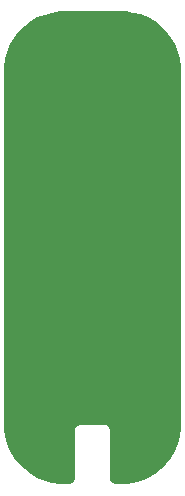
<source format=gbr>
%FSLAX23Y23*%
%MOIN*%
%SFA1B1*%

%IPPOS*%
%LNbase_pcb1_npth_drill-1*%
%LPD*%
G36*
X2166Y2559D02*
X2153D01*
X2128Y2555*
X2103Y2548*
X2079Y2539*
X2056Y2526*
X2036Y2510*
X2018Y2492*
X2002Y2471*
X1989Y2449*
X1979Y2425*
X1972Y2400*
X1969Y2374*
Y2361*
Y1181*
Y1168*
X1972Y1142*
X1979Y1117*
X1989Y1093*
X2002Y1071*
X2018Y1050*
X2036Y1032*
X2056Y1016*
X2079Y1003*
X2103Y993*
X2128Y987*
X2153Y983*
X2166*
X2184*
X2188*
X2195Y986*
X2201Y992*
X2204Y1000*
Y1004*
Y1161*
X2205Y1165*
X2208Y1172*
X2213Y1177*
X2220Y1180*
X2224Y1181*
X2224*
X2303*
X2306Y1180*
X2314Y1177*
X2319Y1172*
X2322Y1165*
X2322Y1161*
Y1002*
Y998*
X2325Y991*
X2330Y986*
X2337Y983*
X2341*
X2360*
X2373*
X2399Y987*
X2424Y993*
X2448Y1003*
X2470Y1016*
X2491Y1032*
X2509Y1050*
X2525Y1071*
X2538Y1093*
X2548Y1117*
X2554Y1142*
X2558Y1168*
Y1181*
X2558Y2361*
X2558Y2374*
X2555Y2400*
X2548Y2425*
X2538Y2449*
X2525Y2471*
X2509Y2492*
X2491Y2510*
X2470Y2526*
X2448Y2539*
X2424Y2549*
X2399Y2555*
X2373Y2559*
X2360Y2559*
X2166*
G37*
M02*
</source>
